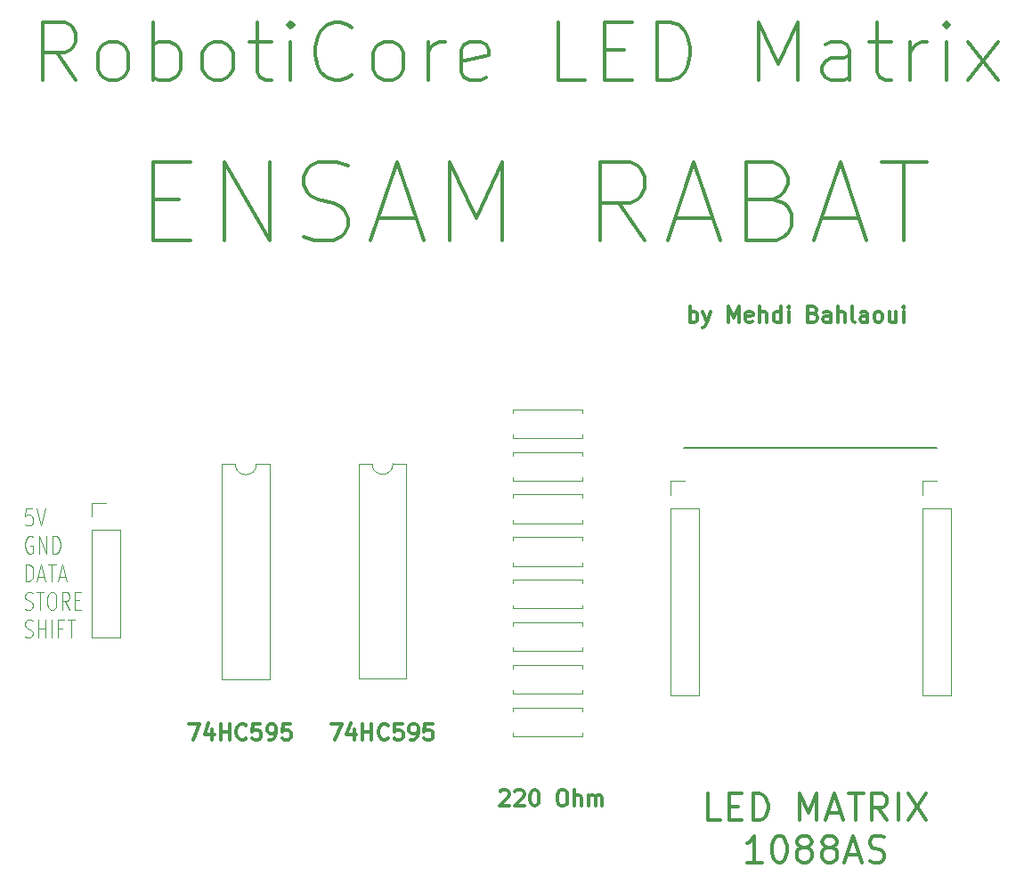
<source format=gbr>
%TF.GenerationSoftware,KiCad,Pcbnew,8.0.5*%
%TF.CreationDate,2024-10-20T14:37:56+01:00*%
%TF.ProjectId,Matrix pcb,4d617472-6978-4207-9063-622e6b696361,rev?*%
%TF.SameCoordinates,Original*%
%TF.FileFunction,Legend,Top*%
%TF.FilePolarity,Positive*%
%FSLAX46Y46*%
G04 Gerber Fmt 4.6, Leading zero omitted, Abs format (unit mm)*
G04 Created by KiCad (PCBNEW 8.0.5) date 2024-10-20 14:37:56*
%MOMM*%
%LPD*%
G01*
G04 APERTURE LIST*
%ADD10C,0.200000*%
%ADD11C,0.300000*%
%ADD12C,0.125000*%
%ADD13C,0.120000*%
G04 APERTURE END LIST*
D10*
X122500000Y-116724150D02*
X146500000Y-116724150D01*
D11*
X88911653Y-143024978D02*
X89911653Y-143024978D01*
X89911653Y-143024978D02*
X89268796Y-144524978D01*
X91125939Y-143524978D02*
X91125939Y-144524978D01*
X90768796Y-142953550D02*
X90411653Y-144024978D01*
X90411653Y-144024978D02*
X91340224Y-144024978D01*
X91911652Y-144524978D02*
X91911652Y-143024978D01*
X91911652Y-143739264D02*
X92768795Y-143739264D01*
X92768795Y-144524978D02*
X92768795Y-143024978D01*
X94340224Y-144382121D02*
X94268796Y-144453550D01*
X94268796Y-144453550D02*
X94054510Y-144524978D01*
X94054510Y-144524978D02*
X93911653Y-144524978D01*
X93911653Y-144524978D02*
X93697367Y-144453550D01*
X93697367Y-144453550D02*
X93554510Y-144310692D01*
X93554510Y-144310692D02*
X93483081Y-144167835D01*
X93483081Y-144167835D02*
X93411653Y-143882121D01*
X93411653Y-143882121D02*
X93411653Y-143667835D01*
X93411653Y-143667835D02*
X93483081Y-143382121D01*
X93483081Y-143382121D02*
X93554510Y-143239264D01*
X93554510Y-143239264D02*
X93697367Y-143096407D01*
X93697367Y-143096407D02*
X93911653Y-143024978D01*
X93911653Y-143024978D02*
X94054510Y-143024978D01*
X94054510Y-143024978D02*
X94268796Y-143096407D01*
X94268796Y-143096407D02*
X94340224Y-143167835D01*
X95697367Y-143024978D02*
X94983081Y-143024978D01*
X94983081Y-143024978D02*
X94911653Y-143739264D01*
X94911653Y-143739264D02*
X94983081Y-143667835D01*
X94983081Y-143667835D02*
X95125939Y-143596407D01*
X95125939Y-143596407D02*
X95483081Y-143596407D01*
X95483081Y-143596407D02*
X95625939Y-143667835D01*
X95625939Y-143667835D02*
X95697367Y-143739264D01*
X95697367Y-143739264D02*
X95768796Y-143882121D01*
X95768796Y-143882121D02*
X95768796Y-144239264D01*
X95768796Y-144239264D02*
X95697367Y-144382121D01*
X95697367Y-144382121D02*
X95625939Y-144453550D01*
X95625939Y-144453550D02*
X95483081Y-144524978D01*
X95483081Y-144524978D02*
X95125939Y-144524978D01*
X95125939Y-144524978D02*
X94983081Y-144453550D01*
X94983081Y-144453550D02*
X94911653Y-144382121D01*
X96483081Y-144524978D02*
X96768795Y-144524978D01*
X96768795Y-144524978D02*
X96911652Y-144453550D01*
X96911652Y-144453550D02*
X96983081Y-144382121D01*
X96983081Y-144382121D02*
X97125938Y-144167835D01*
X97125938Y-144167835D02*
X97197367Y-143882121D01*
X97197367Y-143882121D02*
X97197367Y-143310692D01*
X97197367Y-143310692D02*
X97125938Y-143167835D01*
X97125938Y-143167835D02*
X97054510Y-143096407D01*
X97054510Y-143096407D02*
X96911652Y-143024978D01*
X96911652Y-143024978D02*
X96625938Y-143024978D01*
X96625938Y-143024978D02*
X96483081Y-143096407D01*
X96483081Y-143096407D02*
X96411652Y-143167835D01*
X96411652Y-143167835D02*
X96340224Y-143310692D01*
X96340224Y-143310692D02*
X96340224Y-143667835D01*
X96340224Y-143667835D02*
X96411652Y-143810692D01*
X96411652Y-143810692D02*
X96483081Y-143882121D01*
X96483081Y-143882121D02*
X96625938Y-143953550D01*
X96625938Y-143953550D02*
X96911652Y-143953550D01*
X96911652Y-143953550D02*
X97054510Y-143882121D01*
X97054510Y-143882121D02*
X97125938Y-143810692D01*
X97125938Y-143810692D02*
X97197367Y-143667835D01*
X98554509Y-143024978D02*
X97840223Y-143024978D01*
X97840223Y-143024978D02*
X97768795Y-143739264D01*
X97768795Y-143739264D02*
X97840223Y-143667835D01*
X97840223Y-143667835D02*
X97983081Y-143596407D01*
X97983081Y-143596407D02*
X98340223Y-143596407D01*
X98340223Y-143596407D02*
X98483081Y-143667835D01*
X98483081Y-143667835D02*
X98554509Y-143739264D01*
X98554509Y-143739264D02*
X98625938Y-143882121D01*
X98625938Y-143882121D02*
X98625938Y-144239264D01*
X98625938Y-144239264D02*
X98554509Y-144382121D01*
X98554509Y-144382121D02*
X98483081Y-144453550D01*
X98483081Y-144453550D02*
X98340223Y-144524978D01*
X98340223Y-144524978D02*
X97983081Y-144524978D01*
X97983081Y-144524978D02*
X97840223Y-144453550D01*
X97840223Y-144453550D02*
X97768795Y-144382121D01*
X125952381Y-152153587D02*
X124761905Y-152153587D01*
X124761905Y-152153587D02*
X124761905Y-149653587D01*
X126785715Y-150844063D02*
X127619048Y-150844063D01*
X127976191Y-152153587D02*
X126785715Y-152153587D01*
X126785715Y-152153587D02*
X126785715Y-149653587D01*
X126785715Y-149653587D02*
X127976191Y-149653587D01*
X129047620Y-152153587D02*
X129047620Y-149653587D01*
X129047620Y-149653587D02*
X129642858Y-149653587D01*
X129642858Y-149653587D02*
X130000001Y-149772635D01*
X130000001Y-149772635D02*
X130238096Y-150010730D01*
X130238096Y-150010730D02*
X130357143Y-150248825D01*
X130357143Y-150248825D02*
X130476191Y-150725016D01*
X130476191Y-150725016D02*
X130476191Y-151082159D01*
X130476191Y-151082159D02*
X130357143Y-151558349D01*
X130357143Y-151558349D02*
X130238096Y-151796444D01*
X130238096Y-151796444D02*
X130000001Y-152034540D01*
X130000001Y-152034540D02*
X129642858Y-152153587D01*
X129642858Y-152153587D02*
X129047620Y-152153587D01*
X133452382Y-152153587D02*
X133452382Y-149653587D01*
X133452382Y-149653587D02*
X134285715Y-151439301D01*
X134285715Y-151439301D02*
X135119048Y-149653587D01*
X135119048Y-149653587D02*
X135119048Y-152153587D01*
X136190477Y-151439301D02*
X137380953Y-151439301D01*
X135952382Y-152153587D02*
X136785715Y-149653587D01*
X136785715Y-149653587D02*
X137619048Y-152153587D01*
X138095239Y-149653587D02*
X139523810Y-149653587D01*
X138809524Y-152153587D02*
X138809524Y-149653587D01*
X141785715Y-152153587D02*
X140952382Y-150963111D01*
X140357144Y-152153587D02*
X140357144Y-149653587D01*
X140357144Y-149653587D02*
X141309525Y-149653587D01*
X141309525Y-149653587D02*
X141547620Y-149772635D01*
X141547620Y-149772635D02*
X141666667Y-149891682D01*
X141666667Y-149891682D02*
X141785715Y-150129778D01*
X141785715Y-150129778D02*
X141785715Y-150486920D01*
X141785715Y-150486920D02*
X141666667Y-150725016D01*
X141666667Y-150725016D02*
X141547620Y-150844063D01*
X141547620Y-150844063D02*
X141309525Y-150963111D01*
X141309525Y-150963111D02*
X140357144Y-150963111D01*
X142857144Y-152153587D02*
X142857144Y-149653587D01*
X143809524Y-149653587D02*
X145476191Y-152153587D01*
X145476191Y-149653587D02*
X143809524Y-152153587D01*
X129880953Y-156178447D02*
X128452382Y-156178447D01*
X129166668Y-156178447D02*
X129166668Y-153678447D01*
X129166668Y-153678447D02*
X128928572Y-154035590D01*
X128928572Y-154035590D02*
X128690477Y-154273685D01*
X128690477Y-154273685D02*
X128452382Y-154392733D01*
X131428572Y-153678447D02*
X131666667Y-153678447D01*
X131666667Y-153678447D02*
X131904763Y-153797495D01*
X131904763Y-153797495D02*
X132023810Y-153916542D01*
X132023810Y-153916542D02*
X132142858Y-154154638D01*
X132142858Y-154154638D02*
X132261905Y-154630828D01*
X132261905Y-154630828D02*
X132261905Y-155226066D01*
X132261905Y-155226066D02*
X132142858Y-155702257D01*
X132142858Y-155702257D02*
X132023810Y-155940352D01*
X132023810Y-155940352D02*
X131904763Y-156059400D01*
X131904763Y-156059400D02*
X131666667Y-156178447D01*
X131666667Y-156178447D02*
X131428572Y-156178447D01*
X131428572Y-156178447D02*
X131190477Y-156059400D01*
X131190477Y-156059400D02*
X131071429Y-155940352D01*
X131071429Y-155940352D02*
X130952382Y-155702257D01*
X130952382Y-155702257D02*
X130833334Y-155226066D01*
X130833334Y-155226066D02*
X130833334Y-154630828D01*
X130833334Y-154630828D02*
X130952382Y-154154638D01*
X130952382Y-154154638D02*
X131071429Y-153916542D01*
X131071429Y-153916542D02*
X131190477Y-153797495D01*
X131190477Y-153797495D02*
X131428572Y-153678447D01*
X133690476Y-154749876D02*
X133452381Y-154630828D01*
X133452381Y-154630828D02*
X133333334Y-154511780D01*
X133333334Y-154511780D02*
X133214286Y-154273685D01*
X133214286Y-154273685D02*
X133214286Y-154154638D01*
X133214286Y-154154638D02*
X133333334Y-153916542D01*
X133333334Y-153916542D02*
X133452381Y-153797495D01*
X133452381Y-153797495D02*
X133690476Y-153678447D01*
X133690476Y-153678447D02*
X134166667Y-153678447D01*
X134166667Y-153678447D02*
X134404762Y-153797495D01*
X134404762Y-153797495D02*
X134523810Y-153916542D01*
X134523810Y-153916542D02*
X134642857Y-154154638D01*
X134642857Y-154154638D02*
X134642857Y-154273685D01*
X134642857Y-154273685D02*
X134523810Y-154511780D01*
X134523810Y-154511780D02*
X134404762Y-154630828D01*
X134404762Y-154630828D02*
X134166667Y-154749876D01*
X134166667Y-154749876D02*
X133690476Y-154749876D01*
X133690476Y-154749876D02*
X133452381Y-154868923D01*
X133452381Y-154868923D02*
X133333334Y-154987971D01*
X133333334Y-154987971D02*
X133214286Y-155226066D01*
X133214286Y-155226066D02*
X133214286Y-155702257D01*
X133214286Y-155702257D02*
X133333334Y-155940352D01*
X133333334Y-155940352D02*
X133452381Y-156059400D01*
X133452381Y-156059400D02*
X133690476Y-156178447D01*
X133690476Y-156178447D02*
X134166667Y-156178447D01*
X134166667Y-156178447D02*
X134404762Y-156059400D01*
X134404762Y-156059400D02*
X134523810Y-155940352D01*
X134523810Y-155940352D02*
X134642857Y-155702257D01*
X134642857Y-155702257D02*
X134642857Y-155226066D01*
X134642857Y-155226066D02*
X134523810Y-154987971D01*
X134523810Y-154987971D02*
X134404762Y-154868923D01*
X134404762Y-154868923D02*
X134166667Y-154749876D01*
X136071428Y-154749876D02*
X135833333Y-154630828D01*
X135833333Y-154630828D02*
X135714286Y-154511780D01*
X135714286Y-154511780D02*
X135595238Y-154273685D01*
X135595238Y-154273685D02*
X135595238Y-154154638D01*
X135595238Y-154154638D02*
X135714286Y-153916542D01*
X135714286Y-153916542D02*
X135833333Y-153797495D01*
X135833333Y-153797495D02*
X136071428Y-153678447D01*
X136071428Y-153678447D02*
X136547619Y-153678447D01*
X136547619Y-153678447D02*
X136785714Y-153797495D01*
X136785714Y-153797495D02*
X136904762Y-153916542D01*
X136904762Y-153916542D02*
X137023809Y-154154638D01*
X137023809Y-154154638D02*
X137023809Y-154273685D01*
X137023809Y-154273685D02*
X136904762Y-154511780D01*
X136904762Y-154511780D02*
X136785714Y-154630828D01*
X136785714Y-154630828D02*
X136547619Y-154749876D01*
X136547619Y-154749876D02*
X136071428Y-154749876D01*
X136071428Y-154749876D02*
X135833333Y-154868923D01*
X135833333Y-154868923D02*
X135714286Y-154987971D01*
X135714286Y-154987971D02*
X135595238Y-155226066D01*
X135595238Y-155226066D02*
X135595238Y-155702257D01*
X135595238Y-155702257D02*
X135714286Y-155940352D01*
X135714286Y-155940352D02*
X135833333Y-156059400D01*
X135833333Y-156059400D02*
X136071428Y-156178447D01*
X136071428Y-156178447D02*
X136547619Y-156178447D01*
X136547619Y-156178447D02*
X136785714Y-156059400D01*
X136785714Y-156059400D02*
X136904762Y-155940352D01*
X136904762Y-155940352D02*
X137023809Y-155702257D01*
X137023809Y-155702257D02*
X137023809Y-155226066D01*
X137023809Y-155226066D02*
X136904762Y-154987971D01*
X136904762Y-154987971D02*
X136785714Y-154868923D01*
X136785714Y-154868923D02*
X136547619Y-154749876D01*
X137976190Y-155464161D02*
X139166666Y-155464161D01*
X137738095Y-156178447D02*
X138571428Y-153678447D01*
X138571428Y-153678447D02*
X139404761Y-156178447D01*
X140119047Y-156059400D02*
X140476190Y-156178447D01*
X140476190Y-156178447D02*
X141071428Y-156178447D01*
X141071428Y-156178447D02*
X141309523Y-156059400D01*
X141309523Y-156059400D02*
X141428571Y-155940352D01*
X141428571Y-155940352D02*
X141547618Y-155702257D01*
X141547618Y-155702257D02*
X141547618Y-155464161D01*
X141547618Y-155464161D02*
X141428571Y-155226066D01*
X141428571Y-155226066D02*
X141309523Y-155107019D01*
X141309523Y-155107019D02*
X141071428Y-154987971D01*
X141071428Y-154987971D02*
X140595237Y-154868923D01*
X140595237Y-154868923D02*
X140357142Y-154749876D01*
X140357142Y-154749876D02*
X140238095Y-154630828D01*
X140238095Y-154630828D02*
X140119047Y-154392733D01*
X140119047Y-154392733D02*
X140119047Y-154154638D01*
X140119047Y-154154638D02*
X140238095Y-153916542D01*
X140238095Y-153916542D02*
X140357142Y-153797495D01*
X140357142Y-153797495D02*
X140595237Y-153678447D01*
X140595237Y-153678447D02*
X141190476Y-153678447D01*
X141190476Y-153678447D02*
X141547618Y-153797495D01*
X64649748Y-81811304D02*
X62816415Y-79192257D01*
X61506891Y-81811304D02*
X61506891Y-76311304D01*
X61506891Y-76311304D02*
X63602129Y-76311304D01*
X63602129Y-76311304D02*
X64125939Y-76573209D01*
X64125939Y-76573209D02*
X64387844Y-76835114D01*
X64387844Y-76835114D02*
X64649748Y-77358923D01*
X64649748Y-77358923D02*
X64649748Y-78144638D01*
X64649748Y-78144638D02*
X64387844Y-78668447D01*
X64387844Y-78668447D02*
X64125939Y-78930352D01*
X64125939Y-78930352D02*
X63602129Y-79192257D01*
X63602129Y-79192257D02*
X61506891Y-79192257D01*
X67792606Y-81811304D02*
X67268796Y-81549400D01*
X67268796Y-81549400D02*
X67006891Y-81287495D01*
X67006891Y-81287495D02*
X66744987Y-80763685D01*
X66744987Y-80763685D02*
X66744987Y-79192257D01*
X66744987Y-79192257D02*
X67006891Y-78668447D01*
X67006891Y-78668447D02*
X67268796Y-78406542D01*
X67268796Y-78406542D02*
X67792606Y-78144638D01*
X67792606Y-78144638D02*
X68578320Y-78144638D01*
X68578320Y-78144638D02*
X69102129Y-78406542D01*
X69102129Y-78406542D02*
X69364034Y-78668447D01*
X69364034Y-78668447D02*
X69625939Y-79192257D01*
X69625939Y-79192257D02*
X69625939Y-80763685D01*
X69625939Y-80763685D02*
X69364034Y-81287495D01*
X69364034Y-81287495D02*
X69102129Y-81549400D01*
X69102129Y-81549400D02*
X68578320Y-81811304D01*
X68578320Y-81811304D02*
X67792606Y-81811304D01*
X71983081Y-81811304D02*
X71983081Y-76311304D01*
X71983081Y-78406542D02*
X72506891Y-78144638D01*
X72506891Y-78144638D02*
X73554510Y-78144638D01*
X73554510Y-78144638D02*
X74078319Y-78406542D01*
X74078319Y-78406542D02*
X74340224Y-78668447D01*
X74340224Y-78668447D02*
X74602129Y-79192257D01*
X74602129Y-79192257D02*
X74602129Y-80763685D01*
X74602129Y-80763685D02*
X74340224Y-81287495D01*
X74340224Y-81287495D02*
X74078319Y-81549400D01*
X74078319Y-81549400D02*
X73554510Y-81811304D01*
X73554510Y-81811304D02*
X72506891Y-81811304D01*
X72506891Y-81811304D02*
X71983081Y-81549400D01*
X77744986Y-81811304D02*
X77221176Y-81549400D01*
X77221176Y-81549400D02*
X76959271Y-81287495D01*
X76959271Y-81287495D02*
X76697367Y-80763685D01*
X76697367Y-80763685D02*
X76697367Y-79192257D01*
X76697367Y-79192257D02*
X76959271Y-78668447D01*
X76959271Y-78668447D02*
X77221176Y-78406542D01*
X77221176Y-78406542D02*
X77744986Y-78144638D01*
X77744986Y-78144638D02*
X78530700Y-78144638D01*
X78530700Y-78144638D02*
X79054509Y-78406542D01*
X79054509Y-78406542D02*
X79316414Y-78668447D01*
X79316414Y-78668447D02*
X79578319Y-79192257D01*
X79578319Y-79192257D02*
X79578319Y-80763685D01*
X79578319Y-80763685D02*
X79316414Y-81287495D01*
X79316414Y-81287495D02*
X79054509Y-81549400D01*
X79054509Y-81549400D02*
X78530700Y-81811304D01*
X78530700Y-81811304D02*
X77744986Y-81811304D01*
X81149747Y-78144638D02*
X83244985Y-78144638D01*
X81935461Y-76311304D02*
X81935461Y-81025590D01*
X81935461Y-81025590D02*
X82197366Y-81549400D01*
X82197366Y-81549400D02*
X82721176Y-81811304D01*
X82721176Y-81811304D02*
X83244985Y-81811304D01*
X85078318Y-81811304D02*
X85078318Y-78144638D01*
X85078318Y-76311304D02*
X84816414Y-76573209D01*
X84816414Y-76573209D02*
X85078318Y-76835114D01*
X85078318Y-76835114D02*
X85340223Y-76573209D01*
X85340223Y-76573209D02*
X85078318Y-76311304D01*
X85078318Y-76311304D02*
X85078318Y-76835114D01*
X90840223Y-81287495D02*
X90578319Y-81549400D01*
X90578319Y-81549400D02*
X89792604Y-81811304D01*
X89792604Y-81811304D02*
X89268795Y-81811304D01*
X89268795Y-81811304D02*
X88483081Y-81549400D01*
X88483081Y-81549400D02*
X87959271Y-81025590D01*
X87959271Y-81025590D02*
X87697366Y-80501780D01*
X87697366Y-80501780D02*
X87435462Y-79454161D01*
X87435462Y-79454161D02*
X87435462Y-78668447D01*
X87435462Y-78668447D02*
X87697366Y-77620828D01*
X87697366Y-77620828D02*
X87959271Y-77097019D01*
X87959271Y-77097019D02*
X88483081Y-76573209D01*
X88483081Y-76573209D02*
X89268795Y-76311304D01*
X89268795Y-76311304D02*
X89792604Y-76311304D01*
X89792604Y-76311304D02*
X90578319Y-76573209D01*
X90578319Y-76573209D02*
X90840223Y-76835114D01*
X93983081Y-81811304D02*
X93459271Y-81549400D01*
X93459271Y-81549400D02*
X93197366Y-81287495D01*
X93197366Y-81287495D02*
X92935462Y-80763685D01*
X92935462Y-80763685D02*
X92935462Y-79192257D01*
X92935462Y-79192257D02*
X93197366Y-78668447D01*
X93197366Y-78668447D02*
X93459271Y-78406542D01*
X93459271Y-78406542D02*
X93983081Y-78144638D01*
X93983081Y-78144638D02*
X94768795Y-78144638D01*
X94768795Y-78144638D02*
X95292604Y-78406542D01*
X95292604Y-78406542D02*
X95554509Y-78668447D01*
X95554509Y-78668447D02*
X95816414Y-79192257D01*
X95816414Y-79192257D02*
X95816414Y-80763685D01*
X95816414Y-80763685D02*
X95554509Y-81287495D01*
X95554509Y-81287495D02*
X95292604Y-81549400D01*
X95292604Y-81549400D02*
X94768795Y-81811304D01*
X94768795Y-81811304D02*
X93983081Y-81811304D01*
X98173556Y-81811304D02*
X98173556Y-78144638D01*
X98173556Y-79192257D02*
X98435461Y-78668447D01*
X98435461Y-78668447D02*
X98697366Y-78406542D01*
X98697366Y-78406542D02*
X99221175Y-78144638D01*
X99221175Y-78144638D02*
X99744985Y-78144638D01*
X103673556Y-81549400D02*
X103149747Y-81811304D01*
X103149747Y-81811304D02*
X102102128Y-81811304D01*
X102102128Y-81811304D02*
X101578318Y-81549400D01*
X101578318Y-81549400D02*
X101316414Y-81025590D01*
X101316414Y-81025590D02*
X101316414Y-78930352D01*
X101316414Y-78930352D02*
X101578318Y-78406542D01*
X101578318Y-78406542D02*
X102102128Y-78144638D01*
X102102128Y-78144638D02*
X103149747Y-78144638D01*
X103149747Y-78144638D02*
X103673556Y-78406542D01*
X103673556Y-78406542D02*
X103935461Y-78930352D01*
X103935461Y-78930352D02*
X103935461Y-79454161D01*
X103935461Y-79454161D02*
X101316414Y-79977971D01*
X113102128Y-81811304D02*
X110483080Y-81811304D01*
X110483080Y-81811304D02*
X110483080Y-76311304D01*
X114935461Y-78930352D02*
X116768795Y-78930352D01*
X117554509Y-81811304D02*
X114935461Y-81811304D01*
X114935461Y-81811304D02*
X114935461Y-76311304D01*
X114935461Y-76311304D02*
X117554509Y-76311304D01*
X119911651Y-81811304D02*
X119911651Y-76311304D01*
X119911651Y-76311304D02*
X121221175Y-76311304D01*
X121221175Y-76311304D02*
X122006889Y-76573209D01*
X122006889Y-76573209D02*
X122530699Y-77097019D01*
X122530699Y-77097019D02*
X122792604Y-77620828D01*
X122792604Y-77620828D02*
X123054508Y-78668447D01*
X123054508Y-78668447D02*
X123054508Y-79454161D01*
X123054508Y-79454161D02*
X122792604Y-80501780D01*
X122792604Y-80501780D02*
X122530699Y-81025590D01*
X122530699Y-81025590D02*
X122006889Y-81549400D01*
X122006889Y-81549400D02*
X121221175Y-81811304D01*
X121221175Y-81811304D02*
X119911651Y-81811304D01*
X129602127Y-81811304D02*
X129602127Y-76311304D01*
X129602127Y-76311304D02*
X131435461Y-80239876D01*
X131435461Y-80239876D02*
X133268794Y-76311304D01*
X133268794Y-76311304D02*
X133268794Y-81811304D01*
X138244984Y-81811304D02*
X138244984Y-78930352D01*
X138244984Y-78930352D02*
X137983079Y-78406542D01*
X137983079Y-78406542D02*
X137459270Y-78144638D01*
X137459270Y-78144638D02*
X136411651Y-78144638D01*
X136411651Y-78144638D02*
X135887841Y-78406542D01*
X138244984Y-81549400D02*
X137721175Y-81811304D01*
X137721175Y-81811304D02*
X136411651Y-81811304D01*
X136411651Y-81811304D02*
X135887841Y-81549400D01*
X135887841Y-81549400D02*
X135625937Y-81025590D01*
X135625937Y-81025590D02*
X135625937Y-80501780D01*
X135625937Y-80501780D02*
X135887841Y-79977971D01*
X135887841Y-79977971D02*
X136411651Y-79716066D01*
X136411651Y-79716066D02*
X137721175Y-79716066D01*
X137721175Y-79716066D02*
X138244984Y-79454161D01*
X140078317Y-78144638D02*
X142173555Y-78144638D01*
X140864031Y-76311304D02*
X140864031Y-81025590D01*
X140864031Y-81025590D02*
X141125936Y-81549400D01*
X141125936Y-81549400D02*
X141649746Y-81811304D01*
X141649746Y-81811304D02*
X142173555Y-81811304D01*
X144006888Y-81811304D02*
X144006888Y-78144638D01*
X144006888Y-79192257D02*
X144268793Y-78668447D01*
X144268793Y-78668447D02*
X144530698Y-78406542D01*
X144530698Y-78406542D02*
X145054507Y-78144638D01*
X145054507Y-78144638D02*
X145578317Y-78144638D01*
X147411650Y-81811304D02*
X147411650Y-78144638D01*
X147411650Y-76311304D02*
X147149746Y-76573209D01*
X147149746Y-76573209D02*
X147411650Y-76835114D01*
X147411650Y-76835114D02*
X147673555Y-76573209D01*
X147673555Y-76573209D02*
X147411650Y-76311304D01*
X147411650Y-76311304D02*
X147411650Y-76835114D01*
X149506889Y-81811304D02*
X152387841Y-78144638D01*
X149506889Y-78144638D02*
X152387841Y-81811304D01*
X75411653Y-143024978D02*
X76411653Y-143024978D01*
X76411653Y-143024978D02*
X75768796Y-144524978D01*
X77625939Y-143524978D02*
X77625939Y-144524978D01*
X77268796Y-142953550D02*
X76911653Y-144024978D01*
X76911653Y-144024978D02*
X77840224Y-144024978D01*
X78411652Y-144524978D02*
X78411652Y-143024978D01*
X78411652Y-143739264D02*
X79268795Y-143739264D01*
X79268795Y-144524978D02*
X79268795Y-143024978D01*
X80840224Y-144382121D02*
X80768796Y-144453550D01*
X80768796Y-144453550D02*
X80554510Y-144524978D01*
X80554510Y-144524978D02*
X80411653Y-144524978D01*
X80411653Y-144524978D02*
X80197367Y-144453550D01*
X80197367Y-144453550D02*
X80054510Y-144310692D01*
X80054510Y-144310692D02*
X79983081Y-144167835D01*
X79983081Y-144167835D02*
X79911653Y-143882121D01*
X79911653Y-143882121D02*
X79911653Y-143667835D01*
X79911653Y-143667835D02*
X79983081Y-143382121D01*
X79983081Y-143382121D02*
X80054510Y-143239264D01*
X80054510Y-143239264D02*
X80197367Y-143096407D01*
X80197367Y-143096407D02*
X80411653Y-143024978D01*
X80411653Y-143024978D02*
X80554510Y-143024978D01*
X80554510Y-143024978D02*
X80768796Y-143096407D01*
X80768796Y-143096407D02*
X80840224Y-143167835D01*
X82197367Y-143024978D02*
X81483081Y-143024978D01*
X81483081Y-143024978D02*
X81411653Y-143739264D01*
X81411653Y-143739264D02*
X81483081Y-143667835D01*
X81483081Y-143667835D02*
X81625939Y-143596407D01*
X81625939Y-143596407D02*
X81983081Y-143596407D01*
X81983081Y-143596407D02*
X82125939Y-143667835D01*
X82125939Y-143667835D02*
X82197367Y-143739264D01*
X82197367Y-143739264D02*
X82268796Y-143882121D01*
X82268796Y-143882121D02*
X82268796Y-144239264D01*
X82268796Y-144239264D02*
X82197367Y-144382121D01*
X82197367Y-144382121D02*
X82125939Y-144453550D01*
X82125939Y-144453550D02*
X81983081Y-144524978D01*
X81983081Y-144524978D02*
X81625939Y-144524978D01*
X81625939Y-144524978D02*
X81483081Y-144453550D01*
X81483081Y-144453550D02*
X81411653Y-144382121D01*
X82983081Y-144524978D02*
X83268795Y-144524978D01*
X83268795Y-144524978D02*
X83411652Y-144453550D01*
X83411652Y-144453550D02*
X83483081Y-144382121D01*
X83483081Y-144382121D02*
X83625938Y-144167835D01*
X83625938Y-144167835D02*
X83697367Y-143882121D01*
X83697367Y-143882121D02*
X83697367Y-143310692D01*
X83697367Y-143310692D02*
X83625938Y-143167835D01*
X83625938Y-143167835D02*
X83554510Y-143096407D01*
X83554510Y-143096407D02*
X83411652Y-143024978D01*
X83411652Y-143024978D02*
X83125938Y-143024978D01*
X83125938Y-143024978D02*
X82983081Y-143096407D01*
X82983081Y-143096407D02*
X82911652Y-143167835D01*
X82911652Y-143167835D02*
X82840224Y-143310692D01*
X82840224Y-143310692D02*
X82840224Y-143667835D01*
X82840224Y-143667835D02*
X82911652Y-143810692D01*
X82911652Y-143810692D02*
X82983081Y-143882121D01*
X82983081Y-143882121D02*
X83125938Y-143953550D01*
X83125938Y-143953550D02*
X83411652Y-143953550D01*
X83411652Y-143953550D02*
X83554510Y-143882121D01*
X83554510Y-143882121D02*
X83625938Y-143810692D01*
X83625938Y-143810692D02*
X83697367Y-143667835D01*
X85054509Y-143024978D02*
X84340223Y-143024978D01*
X84340223Y-143024978D02*
X84268795Y-143739264D01*
X84268795Y-143739264D02*
X84340223Y-143667835D01*
X84340223Y-143667835D02*
X84483081Y-143596407D01*
X84483081Y-143596407D02*
X84840223Y-143596407D01*
X84840223Y-143596407D02*
X84983081Y-143667835D01*
X84983081Y-143667835D02*
X85054509Y-143739264D01*
X85054509Y-143739264D02*
X85125938Y-143882121D01*
X85125938Y-143882121D02*
X85125938Y-144239264D01*
X85125938Y-144239264D02*
X85054509Y-144382121D01*
X85054509Y-144382121D02*
X84983081Y-144453550D01*
X84983081Y-144453550D02*
X84840223Y-144524978D01*
X84840223Y-144524978D02*
X84483081Y-144524978D01*
X84483081Y-144524978D02*
X84340223Y-144453550D01*
X84340223Y-144453550D02*
X84268795Y-144382121D01*
X123054510Y-104800828D02*
X123054510Y-103300828D01*
X123054510Y-103872257D02*
X123197368Y-103800828D01*
X123197368Y-103800828D02*
X123483082Y-103800828D01*
X123483082Y-103800828D02*
X123625939Y-103872257D01*
X123625939Y-103872257D02*
X123697368Y-103943685D01*
X123697368Y-103943685D02*
X123768796Y-104086542D01*
X123768796Y-104086542D02*
X123768796Y-104515114D01*
X123768796Y-104515114D02*
X123697368Y-104657971D01*
X123697368Y-104657971D02*
X123625939Y-104729400D01*
X123625939Y-104729400D02*
X123483082Y-104800828D01*
X123483082Y-104800828D02*
X123197368Y-104800828D01*
X123197368Y-104800828D02*
X123054510Y-104729400D01*
X124268796Y-103800828D02*
X124625939Y-104800828D01*
X124983082Y-103800828D02*
X124625939Y-104800828D01*
X124625939Y-104800828D02*
X124483082Y-105157971D01*
X124483082Y-105157971D02*
X124411653Y-105229400D01*
X124411653Y-105229400D02*
X124268796Y-105300828D01*
X126697367Y-104800828D02*
X126697367Y-103300828D01*
X126697367Y-103300828D02*
X127197367Y-104372257D01*
X127197367Y-104372257D02*
X127697367Y-103300828D01*
X127697367Y-103300828D02*
X127697367Y-104800828D01*
X128983082Y-104729400D02*
X128840225Y-104800828D01*
X128840225Y-104800828D02*
X128554511Y-104800828D01*
X128554511Y-104800828D02*
X128411653Y-104729400D01*
X128411653Y-104729400D02*
X128340225Y-104586542D01*
X128340225Y-104586542D02*
X128340225Y-104015114D01*
X128340225Y-104015114D02*
X128411653Y-103872257D01*
X128411653Y-103872257D02*
X128554511Y-103800828D01*
X128554511Y-103800828D02*
X128840225Y-103800828D01*
X128840225Y-103800828D02*
X128983082Y-103872257D01*
X128983082Y-103872257D02*
X129054511Y-104015114D01*
X129054511Y-104015114D02*
X129054511Y-104157971D01*
X129054511Y-104157971D02*
X128340225Y-104300828D01*
X129697367Y-104800828D02*
X129697367Y-103300828D01*
X130340225Y-104800828D02*
X130340225Y-104015114D01*
X130340225Y-104015114D02*
X130268796Y-103872257D01*
X130268796Y-103872257D02*
X130125939Y-103800828D01*
X130125939Y-103800828D02*
X129911653Y-103800828D01*
X129911653Y-103800828D02*
X129768796Y-103872257D01*
X129768796Y-103872257D02*
X129697367Y-103943685D01*
X131697368Y-104800828D02*
X131697368Y-103300828D01*
X131697368Y-104729400D02*
X131554510Y-104800828D01*
X131554510Y-104800828D02*
X131268796Y-104800828D01*
X131268796Y-104800828D02*
X131125939Y-104729400D01*
X131125939Y-104729400D02*
X131054510Y-104657971D01*
X131054510Y-104657971D02*
X130983082Y-104515114D01*
X130983082Y-104515114D02*
X130983082Y-104086542D01*
X130983082Y-104086542D02*
X131054510Y-103943685D01*
X131054510Y-103943685D02*
X131125939Y-103872257D01*
X131125939Y-103872257D02*
X131268796Y-103800828D01*
X131268796Y-103800828D02*
X131554510Y-103800828D01*
X131554510Y-103800828D02*
X131697368Y-103872257D01*
X132411653Y-104800828D02*
X132411653Y-103800828D01*
X132411653Y-103300828D02*
X132340225Y-103372257D01*
X132340225Y-103372257D02*
X132411653Y-103443685D01*
X132411653Y-103443685D02*
X132483082Y-103372257D01*
X132483082Y-103372257D02*
X132411653Y-103300828D01*
X132411653Y-103300828D02*
X132411653Y-103443685D01*
X134768796Y-104015114D02*
X134983082Y-104086542D01*
X134983082Y-104086542D02*
X135054511Y-104157971D01*
X135054511Y-104157971D02*
X135125939Y-104300828D01*
X135125939Y-104300828D02*
X135125939Y-104515114D01*
X135125939Y-104515114D02*
X135054511Y-104657971D01*
X135054511Y-104657971D02*
X134983082Y-104729400D01*
X134983082Y-104729400D02*
X134840225Y-104800828D01*
X134840225Y-104800828D02*
X134268796Y-104800828D01*
X134268796Y-104800828D02*
X134268796Y-103300828D01*
X134268796Y-103300828D02*
X134768796Y-103300828D01*
X134768796Y-103300828D02*
X134911654Y-103372257D01*
X134911654Y-103372257D02*
X134983082Y-103443685D01*
X134983082Y-103443685D02*
X135054511Y-103586542D01*
X135054511Y-103586542D02*
X135054511Y-103729400D01*
X135054511Y-103729400D02*
X134983082Y-103872257D01*
X134983082Y-103872257D02*
X134911654Y-103943685D01*
X134911654Y-103943685D02*
X134768796Y-104015114D01*
X134768796Y-104015114D02*
X134268796Y-104015114D01*
X136411654Y-104800828D02*
X136411654Y-104015114D01*
X136411654Y-104015114D02*
X136340225Y-103872257D01*
X136340225Y-103872257D02*
X136197368Y-103800828D01*
X136197368Y-103800828D02*
X135911654Y-103800828D01*
X135911654Y-103800828D02*
X135768796Y-103872257D01*
X136411654Y-104729400D02*
X136268796Y-104800828D01*
X136268796Y-104800828D02*
X135911654Y-104800828D01*
X135911654Y-104800828D02*
X135768796Y-104729400D01*
X135768796Y-104729400D02*
X135697368Y-104586542D01*
X135697368Y-104586542D02*
X135697368Y-104443685D01*
X135697368Y-104443685D02*
X135768796Y-104300828D01*
X135768796Y-104300828D02*
X135911654Y-104229400D01*
X135911654Y-104229400D02*
X136268796Y-104229400D01*
X136268796Y-104229400D02*
X136411654Y-104157971D01*
X137125939Y-104800828D02*
X137125939Y-103300828D01*
X137768797Y-104800828D02*
X137768797Y-104015114D01*
X137768797Y-104015114D02*
X137697368Y-103872257D01*
X137697368Y-103872257D02*
X137554511Y-103800828D01*
X137554511Y-103800828D02*
X137340225Y-103800828D01*
X137340225Y-103800828D02*
X137197368Y-103872257D01*
X137197368Y-103872257D02*
X137125939Y-103943685D01*
X138697368Y-104800828D02*
X138554511Y-104729400D01*
X138554511Y-104729400D02*
X138483082Y-104586542D01*
X138483082Y-104586542D02*
X138483082Y-103300828D01*
X139911654Y-104800828D02*
X139911654Y-104015114D01*
X139911654Y-104015114D02*
X139840225Y-103872257D01*
X139840225Y-103872257D02*
X139697368Y-103800828D01*
X139697368Y-103800828D02*
X139411654Y-103800828D01*
X139411654Y-103800828D02*
X139268796Y-103872257D01*
X139911654Y-104729400D02*
X139768796Y-104800828D01*
X139768796Y-104800828D02*
X139411654Y-104800828D01*
X139411654Y-104800828D02*
X139268796Y-104729400D01*
X139268796Y-104729400D02*
X139197368Y-104586542D01*
X139197368Y-104586542D02*
X139197368Y-104443685D01*
X139197368Y-104443685D02*
X139268796Y-104300828D01*
X139268796Y-104300828D02*
X139411654Y-104229400D01*
X139411654Y-104229400D02*
X139768796Y-104229400D01*
X139768796Y-104229400D02*
X139911654Y-104157971D01*
X140840225Y-104800828D02*
X140697368Y-104729400D01*
X140697368Y-104729400D02*
X140625939Y-104657971D01*
X140625939Y-104657971D02*
X140554511Y-104515114D01*
X140554511Y-104515114D02*
X140554511Y-104086542D01*
X140554511Y-104086542D02*
X140625939Y-103943685D01*
X140625939Y-103943685D02*
X140697368Y-103872257D01*
X140697368Y-103872257D02*
X140840225Y-103800828D01*
X140840225Y-103800828D02*
X141054511Y-103800828D01*
X141054511Y-103800828D02*
X141197368Y-103872257D01*
X141197368Y-103872257D02*
X141268797Y-103943685D01*
X141268797Y-103943685D02*
X141340225Y-104086542D01*
X141340225Y-104086542D02*
X141340225Y-104515114D01*
X141340225Y-104515114D02*
X141268797Y-104657971D01*
X141268797Y-104657971D02*
X141197368Y-104729400D01*
X141197368Y-104729400D02*
X141054511Y-104800828D01*
X141054511Y-104800828D02*
X140840225Y-104800828D01*
X142625940Y-103800828D02*
X142625940Y-104800828D01*
X141983082Y-103800828D02*
X141983082Y-104586542D01*
X141983082Y-104586542D02*
X142054511Y-104729400D01*
X142054511Y-104729400D02*
X142197368Y-104800828D01*
X142197368Y-104800828D02*
X142411654Y-104800828D01*
X142411654Y-104800828D02*
X142554511Y-104729400D01*
X142554511Y-104729400D02*
X142625940Y-104657971D01*
X143340225Y-104800828D02*
X143340225Y-103800828D01*
X143340225Y-103300828D02*
X143268797Y-103372257D01*
X143268797Y-103372257D02*
X143340225Y-103443685D01*
X143340225Y-103443685D02*
X143411654Y-103372257D01*
X143411654Y-103372257D02*
X143340225Y-103300828D01*
X143340225Y-103300828D02*
X143340225Y-103443685D01*
X104983082Y-149443685D02*
X105054510Y-149372257D01*
X105054510Y-149372257D02*
X105197368Y-149300828D01*
X105197368Y-149300828D02*
X105554510Y-149300828D01*
X105554510Y-149300828D02*
X105697368Y-149372257D01*
X105697368Y-149372257D02*
X105768796Y-149443685D01*
X105768796Y-149443685D02*
X105840225Y-149586542D01*
X105840225Y-149586542D02*
X105840225Y-149729400D01*
X105840225Y-149729400D02*
X105768796Y-149943685D01*
X105768796Y-149943685D02*
X104911653Y-150800828D01*
X104911653Y-150800828D02*
X105840225Y-150800828D01*
X106411653Y-149443685D02*
X106483081Y-149372257D01*
X106483081Y-149372257D02*
X106625939Y-149300828D01*
X106625939Y-149300828D02*
X106983081Y-149300828D01*
X106983081Y-149300828D02*
X107125939Y-149372257D01*
X107125939Y-149372257D02*
X107197367Y-149443685D01*
X107197367Y-149443685D02*
X107268796Y-149586542D01*
X107268796Y-149586542D02*
X107268796Y-149729400D01*
X107268796Y-149729400D02*
X107197367Y-149943685D01*
X107197367Y-149943685D02*
X106340224Y-150800828D01*
X106340224Y-150800828D02*
X107268796Y-150800828D01*
X108197367Y-149300828D02*
X108340224Y-149300828D01*
X108340224Y-149300828D02*
X108483081Y-149372257D01*
X108483081Y-149372257D02*
X108554510Y-149443685D01*
X108554510Y-149443685D02*
X108625938Y-149586542D01*
X108625938Y-149586542D02*
X108697367Y-149872257D01*
X108697367Y-149872257D02*
X108697367Y-150229400D01*
X108697367Y-150229400D02*
X108625938Y-150515114D01*
X108625938Y-150515114D02*
X108554510Y-150657971D01*
X108554510Y-150657971D02*
X108483081Y-150729400D01*
X108483081Y-150729400D02*
X108340224Y-150800828D01*
X108340224Y-150800828D02*
X108197367Y-150800828D01*
X108197367Y-150800828D02*
X108054510Y-150729400D01*
X108054510Y-150729400D02*
X107983081Y-150657971D01*
X107983081Y-150657971D02*
X107911652Y-150515114D01*
X107911652Y-150515114D02*
X107840224Y-150229400D01*
X107840224Y-150229400D02*
X107840224Y-149872257D01*
X107840224Y-149872257D02*
X107911652Y-149586542D01*
X107911652Y-149586542D02*
X107983081Y-149443685D01*
X107983081Y-149443685D02*
X108054510Y-149372257D01*
X108054510Y-149372257D02*
X108197367Y-149300828D01*
X110768795Y-149300828D02*
X111054509Y-149300828D01*
X111054509Y-149300828D02*
X111197366Y-149372257D01*
X111197366Y-149372257D02*
X111340223Y-149515114D01*
X111340223Y-149515114D02*
X111411652Y-149800828D01*
X111411652Y-149800828D02*
X111411652Y-150300828D01*
X111411652Y-150300828D02*
X111340223Y-150586542D01*
X111340223Y-150586542D02*
X111197366Y-150729400D01*
X111197366Y-150729400D02*
X111054509Y-150800828D01*
X111054509Y-150800828D02*
X110768795Y-150800828D01*
X110768795Y-150800828D02*
X110625938Y-150729400D01*
X110625938Y-150729400D02*
X110483080Y-150586542D01*
X110483080Y-150586542D02*
X110411652Y-150300828D01*
X110411652Y-150300828D02*
X110411652Y-149800828D01*
X110411652Y-149800828D02*
X110483080Y-149515114D01*
X110483080Y-149515114D02*
X110625938Y-149372257D01*
X110625938Y-149372257D02*
X110768795Y-149300828D01*
X112054509Y-150800828D02*
X112054509Y-149300828D01*
X112697367Y-150800828D02*
X112697367Y-150015114D01*
X112697367Y-150015114D02*
X112625938Y-149872257D01*
X112625938Y-149872257D02*
X112483081Y-149800828D01*
X112483081Y-149800828D02*
X112268795Y-149800828D01*
X112268795Y-149800828D02*
X112125938Y-149872257D01*
X112125938Y-149872257D02*
X112054509Y-149943685D01*
X113411652Y-150800828D02*
X113411652Y-149800828D01*
X113411652Y-149943685D02*
X113483081Y-149872257D01*
X113483081Y-149872257D02*
X113625938Y-149800828D01*
X113625938Y-149800828D02*
X113840224Y-149800828D01*
X113840224Y-149800828D02*
X113983081Y-149872257D01*
X113983081Y-149872257D02*
X114054510Y-150015114D01*
X114054510Y-150015114D02*
X114054510Y-150800828D01*
X114054510Y-150015114D02*
X114125938Y-149872257D01*
X114125938Y-149872257D02*
X114268795Y-149800828D01*
X114268795Y-149800828D02*
X114483081Y-149800828D01*
X114483081Y-149800828D02*
X114625938Y-149872257D01*
X114625938Y-149872257D02*
X114697367Y-150015114D01*
X114697367Y-150015114D02*
X114697367Y-150800828D01*
X71983082Y-93137971D02*
X74483082Y-93137971D01*
X75554510Y-97066542D02*
X71983082Y-97066542D01*
X71983082Y-97066542D02*
X71983082Y-89566542D01*
X71983082Y-89566542D02*
X75554510Y-89566542D01*
X78768796Y-97066542D02*
X78768796Y-89566542D01*
X78768796Y-89566542D02*
X83054510Y-97066542D01*
X83054510Y-97066542D02*
X83054510Y-89566542D01*
X86268796Y-96709400D02*
X87340225Y-97066542D01*
X87340225Y-97066542D02*
X89125939Y-97066542D01*
X89125939Y-97066542D02*
X89840225Y-96709400D01*
X89840225Y-96709400D02*
X90197367Y-96352257D01*
X90197367Y-96352257D02*
X90554510Y-95637971D01*
X90554510Y-95637971D02*
X90554510Y-94923685D01*
X90554510Y-94923685D02*
X90197367Y-94209400D01*
X90197367Y-94209400D02*
X89840225Y-93852257D01*
X89840225Y-93852257D02*
X89125939Y-93495114D01*
X89125939Y-93495114D02*
X87697367Y-93137971D01*
X87697367Y-93137971D02*
X86983082Y-92780828D01*
X86983082Y-92780828D02*
X86625939Y-92423685D01*
X86625939Y-92423685D02*
X86268796Y-91709400D01*
X86268796Y-91709400D02*
X86268796Y-90995114D01*
X86268796Y-90995114D02*
X86625939Y-90280828D01*
X86625939Y-90280828D02*
X86983082Y-89923685D01*
X86983082Y-89923685D02*
X87697367Y-89566542D01*
X87697367Y-89566542D02*
X89483082Y-89566542D01*
X89483082Y-89566542D02*
X90554510Y-89923685D01*
X93411653Y-94923685D02*
X96983082Y-94923685D01*
X92697367Y-97066542D02*
X95197367Y-89566542D01*
X95197367Y-89566542D02*
X97697367Y-97066542D01*
X100197367Y-97066542D02*
X100197367Y-89566542D01*
X100197367Y-89566542D02*
X102697367Y-94923685D01*
X102697367Y-94923685D02*
X105197367Y-89566542D01*
X105197367Y-89566542D02*
X105197367Y-97066542D01*
X118768796Y-97066542D02*
X116268796Y-93495114D01*
X114483082Y-97066542D02*
X114483082Y-89566542D01*
X114483082Y-89566542D02*
X117340225Y-89566542D01*
X117340225Y-89566542D02*
X118054510Y-89923685D01*
X118054510Y-89923685D02*
X118411653Y-90280828D01*
X118411653Y-90280828D02*
X118768796Y-90995114D01*
X118768796Y-90995114D02*
X118768796Y-92066542D01*
X118768796Y-92066542D02*
X118411653Y-92780828D01*
X118411653Y-92780828D02*
X118054510Y-93137971D01*
X118054510Y-93137971D02*
X117340225Y-93495114D01*
X117340225Y-93495114D02*
X114483082Y-93495114D01*
X121625939Y-94923685D02*
X125197368Y-94923685D01*
X120911653Y-97066542D02*
X123411653Y-89566542D01*
X123411653Y-89566542D02*
X125911653Y-97066542D01*
X130911653Y-93137971D02*
X131983081Y-93495114D01*
X131983081Y-93495114D02*
X132340224Y-93852257D01*
X132340224Y-93852257D02*
X132697367Y-94566542D01*
X132697367Y-94566542D02*
X132697367Y-95637971D01*
X132697367Y-95637971D02*
X132340224Y-96352257D01*
X132340224Y-96352257D02*
X131983081Y-96709400D01*
X131983081Y-96709400D02*
X131268796Y-97066542D01*
X131268796Y-97066542D02*
X128411653Y-97066542D01*
X128411653Y-97066542D02*
X128411653Y-89566542D01*
X128411653Y-89566542D02*
X130911653Y-89566542D01*
X130911653Y-89566542D02*
X131625939Y-89923685D01*
X131625939Y-89923685D02*
X131983081Y-90280828D01*
X131983081Y-90280828D02*
X132340224Y-90995114D01*
X132340224Y-90995114D02*
X132340224Y-91709400D01*
X132340224Y-91709400D02*
X131983081Y-92423685D01*
X131983081Y-92423685D02*
X131625939Y-92780828D01*
X131625939Y-92780828D02*
X130911653Y-93137971D01*
X130911653Y-93137971D02*
X128411653Y-93137971D01*
X135554510Y-94923685D02*
X139125939Y-94923685D01*
X134840224Y-97066542D02*
X137340224Y-89566542D01*
X137340224Y-89566542D02*
X139840224Y-97066542D01*
X141268795Y-89566542D02*
X145554510Y-89566542D01*
X143411652Y-97066542D02*
X143411652Y-89566542D01*
D12*
X60475093Y-122515940D02*
X59879855Y-122515940D01*
X59879855Y-122515940D02*
X59820331Y-123301654D01*
X59820331Y-123301654D02*
X59879855Y-123223083D01*
X59879855Y-123223083D02*
X59998902Y-123144511D01*
X59998902Y-123144511D02*
X60296521Y-123144511D01*
X60296521Y-123144511D02*
X60415569Y-123223083D01*
X60415569Y-123223083D02*
X60475093Y-123301654D01*
X60475093Y-123301654D02*
X60534616Y-123458797D01*
X60534616Y-123458797D02*
X60534616Y-123851654D01*
X60534616Y-123851654D02*
X60475093Y-124008797D01*
X60475093Y-124008797D02*
X60415569Y-124087369D01*
X60415569Y-124087369D02*
X60296521Y-124165940D01*
X60296521Y-124165940D02*
X59998902Y-124165940D01*
X59998902Y-124165940D02*
X59879855Y-124087369D01*
X59879855Y-124087369D02*
X59820331Y-124008797D01*
X60891759Y-122515940D02*
X61308426Y-124165940D01*
X61308426Y-124165940D02*
X61725092Y-122515940D01*
X60534616Y-125250919D02*
X60415569Y-125172348D01*
X60415569Y-125172348D02*
X60236997Y-125172348D01*
X60236997Y-125172348D02*
X60058426Y-125250919D01*
X60058426Y-125250919D02*
X59939378Y-125408062D01*
X59939378Y-125408062D02*
X59879855Y-125565205D01*
X59879855Y-125565205D02*
X59820331Y-125879491D01*
X59820331Y-125879491D02*
X59820331Y-126115205D01*
X59820331Y-126115205D02*
X59879855Y-126429491D01*
X59879855Y-126429491D02*
X59939378Y-126586634D01*
X59939378Y-126586634D02*
X60058426Y-126743777D01*
X60058426Y-126743777D02*
X60236997Y-126822348D01*
X60236997Y-126822348D02*
X60356045Y-126822348D01*
X60356045Y-126822348D02*
X60534616Y-126743777D01*
X60534616Y-126743777D02*
X60594140Y-126665205D01*
X60594140Y-126665205D02*
X60594140Y-126115205D01*
X60594140Y-126115205D02*
X60356045Y-126115205D01*
X61129855Y-126822348D02*
X61129855Y-125172348D01*
X61129855Y-125172348D02*
X61844140Y-126822348D01*
X61844140Y-126822348D02*
X61844140Y-125172348D01*
X62439379Y-126822348D02*
X62439379Y-125172348D01*
X62439379Y-125172348D02*
X62736998Y-125172348D01*
X62736998Y-125172348D02*
X62915569Y-125250919D01*
X62915569Y-125250919D02*
X63034617Y-125408062D01*
X63034617Y-125408062D02*
X63094140Y-125565205D01*
X63094140Y-125565205D02*
X63153664Y-125879491D01*
X63153664Y-125879491D02*
X63153664Y-126115205D01*
X63153664Y-126115205D02*
X63094140Y-126429491D01*
X63094140Y-126429491D02*
X63034617Y-126586634D01*
X63034617Y-126586634D02*
X62915569Y-126743777D01*
X62915569Y-126743777D02*
X62736998Y-126822348D01*
X62736998Y-126822348D02*
X62439379Y-126822348D01*
X59879855Y-129478756D02*
X59879855Y-127828756D01*
X59879855Y-127828756D02*
X60177474Y-127828756D01*
X60177474Y-127828756D02*
X60356045Y-127907327D01*
X60356045Y-127907327D02*
X60475093Y-128064470D01*
X60475093Y-128064470D02*
X60534616Y-128221613D01*
X60534616Y-128221613D02*
X60594140Y-128535899D01*
X60594140Y-128535899D02*
X60594140Y-128771613D01*
X60594140Y-128771613D02*
X60534616Y-129085899D01*
X60534616Y-129085899D02*
X60475093Y-129243042D01*
X60475093Y-129243042D02*
X60356045Y-129400185D01*
X60356045Y-129400185D02*
X60177474Y-129478756D01*
X60177474Y-129478756D02*
X59879855Y-129478756D01*
X61070331Y-129007327D02*
X61665569Y-129007327D01*
X60951283Y-129478756D02*
X61367950Y-127828756D01*
X61367950Y-127828756D02*
X61784616Y-129478756D01*
X62022712Y-127828756D02*
X62736998Y-127828756D01*
X62379855Y-129478756D02*
X62379855Y-127828756D01*
X63094141Y-129007327D02*
X63689379Y-129007327D01*
X62975093Y-129478756D02*
X63391760Y-127828756D01*
X63391760Y-127828756D02*
X63808426Y-129478756D01*
X59820331Y-132056593D02*
X59998902Y-132135164D01*
X59998902Y-132135164D02*
X60296521Y-132135164D01*
X60296521Y-132135164D02*
X60415569Y-132056593D01*
X60415569Y-132056593D02*
X60475093Y-131978021D01*
X60475093Y-131978021D02*
X60534616Y-131820878D01*
X60534616Y-131820878D02*
X60534616Y-131663735D01*
X60534616Y-131663735D02*
X60475093Y-131506593D01*
X60475093Y-131506593D02*
X60415569Y-131428021D01*
X60415569Y-131428021D02*
X60296521Y-131349450D01*
X60296521Y-131349450D02*
X60058426Y-131270878D01*
X60058426Y-131270878D02*
X59939378Y-131192307D01*
X59939378Y-131192307D02*
X59879855Y-131113735D01*
X59879855Y-131113735D02*
X59820331Y-130956593D01*
X59820331Y-130956593D02*
X59820331Y-130799450D01*
X59820331Y-130799450D02*
X59879855Y-130642307D01*
X59879855Y-130642307D02*
X59939378Y-130563735D01*
X59939378Y-130563735D02*
X60058426Y-130485164D01*
X60058426Y-130485164D02*
X60356045Y-130485164D01*
X60356045Y-130485164D02*
X60534616Y-130563735D01*
X60891759Y-130485164D02*
X61606045Y-130485164D01*
X61248902Y-132135164D02*
X61248902Y-130485164D01*
X62260807Y-130485164D02*
X62498902Y-130485164D01*
X62498902Y-130485164D02*
X62617950Y-130563735D01*
X62617950Y-130563735D02*
X62736997Y-130720878D01*
X62736997Y-130720878D02*
X62796521Y-131035164D01*
X62796521Y-131035164D02*
X62796521Y-131585164D01*
X62796521Y-131585164D02*
X62736997Y-131899450D01*
X62736997Y-131899450D02*
X62617950Y-132056593D01*
X62617950Y-132056593D02*
X62498902Y-132135164D01*
X62498902Y-132135164D02*
X62260807Y-132135164D01*
X62260807Y-132135164D02*
X62141759Y-132056593D01*
X62141759Y-132056593D02*
X62022712Y-131899450D01*
X62022712Y-131899450D02*
X61963188Y-131585164D01*
X61963188Y-131585164D02*
X61963188Y-131035164D01*
X61963188Y-131035164D02*
X62022712Y-130720878D01*
X62022712Y-130720878D02*
X62141759Y-130563735D01*
X62141759Y-130563735D02*
X62260807Y-130485164D01*
X64046521Y-132135164D02*
X63629855Y-131349450D01*
X63332236Y-132135164D02*
X63332236Y-130485164D01*
X63332236Y-130485164D02*
X63808426Y-130485164D01*
X63808426Y-130485164D02*
X63927474Y-130563735D01*
X63927474Y-130563735D02*
X63986997Y-130642307D01*
X63986997Y-130642307D02*
X64046521Y-130799450D01*
X64046521Y-130799450D02*
X64046521Y-131035164D01*
X64046521Y-131035164D02*
X63986997Y-131192307D01*
X63986997Y-131192307D02*
X63927474Y-131270878D01*
X63927474Y-131270878D02*
X63808426Y-131349450D01*
X63808426Y-131349450D02*
X63332236Y-131349450D01*
X64582236Y-131270878D02*
X64998902Y-131270878D01*
X65177474Y-132135164D02*
X64582236Y-132135164D01*
X64582236Y-132135164D02*
X64582236Y-130485164D01*
X64582236Y-130485164D02*
X65177474Y-130485164D01*
X59820331Y-134713001D02*
X59998902Y-134791572D01*
X59998902Y-134791572D02*
X60296521Y-134791572D01*
X60296521Y-134791572D02*
X60415569Y-134713001D01*
X60415569Y-134713001D02*
X60475093Y-134634429D01*
X60475093Y-134634429D02*
X60534616Y-134477286D01*
X60534616Y-134477286D02*
X60534616Y-134320143D01*
X60534616Y-134320143D02*
X60475093Y-134163001D01*
X60475093Y-134163001D02*
X60415569Y-134084429D01*
X60415569Y-134084429D02*
X60296521Y-134005858D01*
X60296521Y-134005858D02*
X60058426Y-133927286D01*
X60058426Y-133927286D02*
X59939378Y-133848715D01*
X59939378Y-133848715D02*
X59879855Y-133770143D01*
X59879855Y-133770143D02*
X59820331Y-133613001D01*
X59820331Y-133613001D02*
X59820331Y-133455858D01*
X59820331Y-133455858D02*
X59879855Y-133298715D01*
X59879855Y-133298715D02*
X59939378Y-133220143D01*
X59939378Y-133220143D02*
X60058426Y-133141572D01*
X60058426Y-133141572D02*
X60356045Y-133141572D01*
X60356045Y-133141572D02*
X60534616Y-133220143D01*
X61070331Y-134791572D02*
X61070331Y-133141572D01*
X61070331Y-133927286D02*
X61784616Y-133927286D01*
X61784616Y-134791572D02*
X61784616Y-133141572D01*
X62379855Y-134791572D02*
X62379855Y-133141572D01*
X63391759Y-133927286D02*
X62975093Y-133927286D01*
X62975093Y-134791572D02*
X62975093Y-133141572D01*
X62975093Y-133141572D02*
X63570331Y-133141572D01*
X63867950Y-133141572D02*
X64582236Y-133141572D01*
X64225093Y-134791572D02*
X64225093Y-133141572D01*
D13*
%TO.C,J2*%
X145170000Y-119894100D02*
X146500000Y-119894100D01*
X145170000Y-121224100D02*
X145170000Y-119894100D01*
X145170000Y-122494100D02*
X145170000Y-140334100D01*
X145170000Y-122494100D02*
X147830000Y-122494100D01*
X145170000Y-140334100D02*
X147830000Y-140334100D01*
X147830000Y-122494100D02*
X147830000Y-140334100D01*
%TO.C,R3*%
X106230000Y-133354100D02*
X106230000Y-133684100D01*
X106230000Y-136094100D02*
X106230000Y-135764100D01*
X112770000Y-133354100D02*
X106230000Y-133354100D01*
X112770000Y-133684100D02*
X112770000Y-133354100D01*
X112770000Y-135764100D02*
X112770000Y-136094100D01*
X112770000Y-136094100D02*
X106230000Y-136094100D01*
%TO.C,R5*%
X106230000Y-125254100D02*
X106230000Y-125584100D01*
X106230000Y-127994100D02*
X106230000Y-127664100D01*
X112770000Y-125254100D02*
X106230000Y-125254100D01*
X112770000Y-125584100D02*
X112770000Y-125254100D01*
X112770000Y-127664100D02*
X112770000Y-127994100D01*
X112770000Y-127994100D02*
X106230000Y-127994100D01*
%TO.C,R2*%
X106230000Y-137404100D02*
X106230000Y-137734100D01*
X106230000Y-140144100D02*
X106230000Y-139814100D01*
X112770000Y-137404100D02*
X106230000Y-137404100D01*
X112770000Y-137734100D02*
X112770000Y-137404100D01*
X112770000Y-139814100D02*
X112770000Y-140144100D01*
X112770000Y-140144100D02*
X106230000Y-140144100D01*
%TO.C,R6*%
X106230000Y-121204100D02*
X106230000Y-121534100D01*
X106230000Y-123944100D02*
X106230000Y-123614100D01*
X112770000Y-121204100D02*
X106230000Y-121204100D01*
X112770000Y-121534100D02*
X112770000Y-121204100D01*
X112770000Y-123614100D02*
X112770000Y-123944100D01*
X112770000Y-123944100D02*
X106230000Y-123944100D01*
%TO.C,Rows1*%
X81810000Y-118314100D02*
G75*
G02*
X79810000Y-118314100I-1000000J0D01*
G01*
X83060000Y-138754100D02*
X83060000Y-118314100D01*
X83060000Y-118314100D02*
X81810000Y-118314100D01*
X79810000Y-118314100D02*
X78560000Y-118314100D01*
X78560000Y-138754100D02*
X83060000Y-138754100D01*
X78560000Y-118314100D02*
X78560000Y-138754100D01*
%TO.C,J1*%
X68830000Y-124589100D02*
X68830000Y-134809100D01*
X66170000Y-134809100D02*
X68830000Y-134809100D01*
X66170000Y-124589100D02*
X68830000Y-124589100D01*
X66170000Y-124589100D02*
X66170000Y-134809100D01*
X66170000Y-123319100D02*
X66170000Y-121989100D01*
X66170000Y-121989100D02*
X67500000Y-121989100D01*
%TO.C,R8*%
X106230000Y-113104100D02*
X106230000Y-113434100D01*
X106230000Y-115844100D02*
X106230000Y-115514100D01*
X112770000Y-113104100D02*
X106230000Y-113104100D01*
X112770000Y-113434100D02*
X112770000Y-113104100D01*
X112770000Y-115514100D02*
X112770000Y-115844100D01*
X112770000Y-115844100D02*
X106230000Y-115844100D01*
%TO.C,Columns1*%
X91560000Y-118274100D02*
X91560000Y-138714100D01*
X91560000Y-138714100D02*
X96060000Y-138714100D01*
X92810000Y-118274100D02*
X91560000Y-118274100D01*
X96060000Y-118274100D02*
X94810000Y-118274100D01*
X96060000Y-138714100D02*
X96060000Y-118274100D01*
X94810000Y-118274100D02*
G75*
G02*
X92810000Y-118274100I-1000000J0D01*
G01*
%TO.C,J3*%
X121210000Y-119894100D02*
X122540000Y-119894100D01*
X121210000Y-121224100D02*
X121210000Y-119894100D01*
X121210000Y-122494100D02*
X121210000Y-140334100D01*
X121210000Y-122494100D02*
X123870000Y-122494100D01*
X121210000Y-140334100D02*
X123870000Y-140334100D01*
X123870000Y-122494100D02*
X123870000Y-140334100D01*
%TO.C,R4*%
X106230000Y-129304100D02*
X106230000Y-129634100D01*
X106230000Y-132044100D02*
X106230000Y-131714100D01*
X112770000Y-129304100D02*
X106230000Y-129304100D01*
X112770000Y-129634100D02*
X112770000Y-129304100D01*
X112770000Y-131714100D02*
X112770000Y-132044100D01*
X112770000Y-132044100D02*
X106230000Y-132044100D01*
%TO.C,R7*%
X106230000Y-117154100D02*
X106230000Y-117484100D01*
X106230000Y-119894100D02*
X106230000Y-119564100D01*
X112770000Y-117154100D02*
X106230000Y-117154100D01*
X112770000Y-117484100D02*
X112770000Y-117154100D01*
X112770000Y-119564100D02*
X112770000Y-119894100D01*
X112770000Y-119894100D02*
X106230000Y-119894100D01*
%TO.C,R1*%
X106230000Y-141454100D02*
X106230000Y-141784100D01*
X106230000Y-144194100D02*
X106230000Y-143864100D01*
X112770000Y-141454100D02*
X106230000Y-141454100D01*
X112770000Y-141784100D02*
X112770000Y-141454100D01*
X112770000Y-143864100D02*
X112770000Y-144194100D01*
X112770000Y-144194100D02*
X106230000Y-144194100D01*
%TD*%
M02*

</source>
